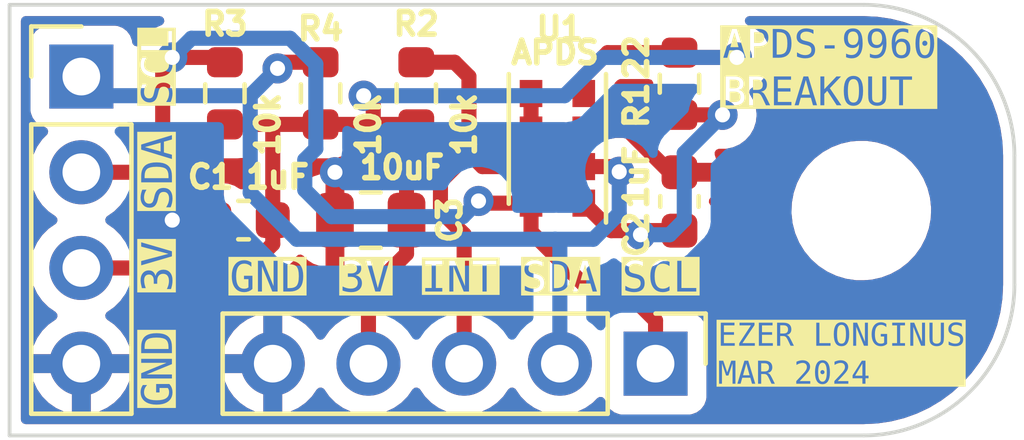
<source format=kicad_pcb>
(kicad_pcb (version 20221018) (generator pcbnew)
  (layers (0 "F.Cu" signal) (31 "B.Cu" signal) (34 "B.Paste" user) (35 "F.Paste" user) (36 "B.SilkS" user "B.Silkscreen") (37 "F.SilkS" user "F.Silkscreen") (38 "B.Mask" user) (39 "F.Mask" user) (44 "Edge.Cuts" user))
  (net 0 "")
  (net 1 "+3V3")
  (net 2 "GND")
  (net 3 "Net-(U1-VCC)")
  (net 4 "Net-(J2-Pin_3)")
  (net 5 "SDA")
  (net 6 "SCL")
  (net 7 "Net-(U1-LDR)")
  (footprint "Resistor_SMD:R_0603_1608Metric" (layer "F.Cu") (at 135.255 85.535 90)
    (fp_text reference "R2" (at 1.842 0 180) (layer "F.SilkS") (effects (font (size 0.6 0.6))))
    (fp_text value "10k" (at -0.825 1.27 90) (layer "F.SilkS") (effects (font (size 0.6 0.6))))
    (fp_line (start -0.237258 -0.5225) (end 0.237258 -0.5225) (stroke (width 0.12)) (layer "F.SilkS"))
    (fp_line (start -0.237258 0.5225) (end 0.237258 0.5225) (stroke (width 0.12)) (layer "F.SilkS"))
    (pad "1" smd roundrect (at -0.825 0 90) (size 0.8 0.95) (layers "F.Cu" "F.Paste" "F.Mask") (net 1 "+3V3"))
    (pad "2" smd roundrect (at 0.825 0 90) (size 0.8 0.95) (layers "F.Cu" "F.Paste" "F.Mask") (net 4 "Net-(J2-Pin_3)"))
  )
  (footprint "Connector_PinHeader_2.54mm:PinHeader_1x04_P2.54mm_Vertical" (layer "F.Cu") (at 126.365 85.09)
    (fp_text reference "J1" hide)
    (fp_text value "Conn_01x04_Pin" hide)
    (fp_line (start -1.33 -1.33) (end 0 -1.33) (stroke (width 0.12)) (layer "F.SilkS"))
    (fp_line (start -1.33 0) (end -1.33 -1.33) (stroke (width 0.12)) (layer "F.SilkS"))
    (fp_line (start -1.33 1.27) (end -1.33 8.95) (stroke (width 0.12)) (layer "F.SilkS"))
    (fp_line (start -1.33 1.27) (end 1.33 1.27) (stroke (width 0.12)) (layer "F.SilkS"))
    (fp_line (start -1.33 8.95) (end 1.33 8.95) (stroke (width 0.12)) (layer "F.SilkS"))
    (fp_line (start 1.33 1.27) (end 1.33 8.95) (stroke (width 0.12)) (layer "F.SilkS"))
    (pad "1" thru_hole rect (at 0 0) (size 1.7 1.7) (drill 1) (layers "*.Cu" "*.Mask") (net 6 "SCL"))
    (pad "2" thru_hole oval (at 0 2.54) (size 1.7 1.7) (drill 1) (layers "*.Cu" "*.Mask") (net 5 "SDA"))
    (pad "3" thru_hole oval (at 0 5.08) (size 1.7 1.7) (drill 1) (layers "*.Cu" "*.Mask") (net 1 "+3V3"))
    (pad "4" thru_hole oval (at 0 7.62) (size 1.7 1.7) (drill 1) (layers "*.Cu" "*.Mask") (net 2 "GND"))
  )
  (footprint "Resistor_SMD:R_0603_1608Metric" (layer "F.Cu") (at 130.175 85.535 90)
    (fp_text reference "R3" (at 1.842 0 180) (layer "F.SilkS") (effects (font (size 0.6 0.6))))
    (fp_text value "10k" (at -0.825 1.143 90) (layer "F.SilkS") (effects (font (size 0.6 0.6))))
    (fp_line (start -0.237258 -0.5225) (end 0.237258 -0.5225) (stroke (width 0.12)) (layer "F.SilkS"))
    (fp_line (start -0.237258 0.5225) (end 0.237258 0.5225) (stroke (width 0.12)) (layer "F.SilkS"))
    (pad "1" smd roundrect (at -0.825 0 90) (size 0.8 0.95) (layers "F.Cu" "F.Paste" "F.Mask") (net 1 "+3V3"))
    (pad "2" smd roundrect (at 0.825 0 90) (size 0.8 0.95) (layers "F.Cu" "F.Paste" "F.Mask") (net 5 "SDA"))
  )
  (footprint "Resistor_SMD:R_0603_1608Metric" (layer "F.Cu") (at 132.715 85.535 90)
    (fp_text reference "R4" (at 1.715 0 180) (layer "F.SilkS") (effects (font (size 0.6 0.6))))
    (fp_text value "10k" (at -0.825 1.27 90) (layer "F.SilkS") (effects (font (size 0.6 0.6))))
    (fp_line (start -0.237258 -0.5225) (end 0.237258 -0.5225) (stroke (width 0.12)) (layer "F.SilkS"))
    (fp_line (start -0.237258 0.5225) (end 0.237258 0.5225) (stroke (width 0.12)) (layer "F.SilkS"))
    (pad "1" smd roundrect (at -0.825 0 90) (size 0.8 0.95) (layers "F.Cu" "F.Paste" "F.Mask") (net 1 "+3V3"))
    (pad "2" smd roundrect (at 0.825 0 90) (size 0.8 0.95) (layers "F.Cu" "F.Paste" "F.Mask") (net 6 "SCL"))
  )
  (footprint "Capacitor_SMD:C_0603_1608Metric" (layer "F.Cu") (at 142.24 88.405 -90)
    (fp_text reference "C2" (at 0.876 1.143 90) (layer "F.SilkS") (effects (font (size 0.6 0.6))))
    (fp_text value "1uF" (at -0.648 1.143 90) (layer "F.SilkS") (effects (font (size 0.6 0.6))))
    (fp_line (start -0.14058 -0.51) (end 0.14058 -0.51) (stroke (width 0.12)) (layer "F.SilkS"))
    (fp_line (start -0.14058 0.51) (end 0.14058 0.51) (stroke (width 0.12)) (layer "F.SilkS"))
    (pad "1" smd roundrect (at -0.775 0 270) (size 0.9 0.95) (layers "F.Cu" "F.Paste" "F.Mask") (net 2 "GND"))
    (pad "2" smd roundrect (at 0.775 0 270) (size 0.9 0.95) (layers "F.Cu" "F.Paste" "F.Mask") (net 3 "Net-(U1-VCC)"))
  )
  (footprint "Capacitor_SMD:C_0805_2012Metric" (layer "F.Cu") (at 134.046 88.9 180)
    (fp_text reference "C3" (at -2.098 0 90) (layer "F.SilkS") (effects (font (size 0.6 0.6))))
    (fp_text value "10uF" (at -0.828 1.397) (layer "F.SilkS") (effects (font (size 0.6 0.6))))
    (fp_line (start -0.261252 -0.735) (end 0.261252 -0.735) (stroke (width 0.12)) (layer "F.SilkS"))
    (fp_line (start -0.261252 0.735) (end 0.261252 0.735) (stroke (width 0.12)) (layer "F.SilkS"))
    (pad "1" smd roundrect (at -0.95 0 180) (size 1 1.45) (layers "F.Cu" "F.Paste" "F.Mask") (net 1 "+3V3"))
    (pad "2" smd roundrect (at 0.95 0 180) (size 1 1.45) (layers "F.Cu" "F.Paste" "F.Mask") (net 2 "GND"))
  )
  (footprint "MountingHole:MountingHole_3.2mm_M3" (layer "F.Cu") (at 147.066 88.646)
    (fp_text reference "H1" hide)
    (fp_text value "MountingHole" hide)
    (pad "" np_thru_hole circle (at 0 0) (size 3.2 3.2) (drill 3.2) (layers "*.Cu" "*.Mask"))
  )
  (footprint "Resistor_SMD:R_0603_1608Metric" (layer "F.Cu") (at 142.24 85.28 -90)
    (fp_text reference "R1" (at 0.572 1.143 90) (layer "F.SilkS") (effects (font (size 0.6 0.6))))
    (fp_text value "22" (at -0.698 1.143 90) (layer "F.SilkS") (effects (font (size 0.6 0.6))))
    (fp_line (start -0.237258 -0.5225) (end 0.237258 -0.5225) (stroke (width 0.12)) (layer "F.SilkS"))
    (fp_line (start -0.237258 0.5225) (end 0.237258 0.5225) (stroke (width 0.12)) (layer "F.SilkS"))
    (pad "1" smd roundrect (at -0.825 0 270) (size 0.8 0.95) (layers "F.Cu" "F.Paste" "F.Mask") (net 1 "+3V3"))
    (pad "2" smd roundrect (at 0.825 0 270) (size 0.8 0.95) (layers "F.Cu" "F.Paste" "F.Mask") (net 3 "Net-(U1-VCC)"))
  )
  (footprint "Capacitor_SMD:C_0603_1608Metric" (layer "F.Cu") (at 130.67 88.9 180)
    (fp_text reference "C1" (at 0.876 1.143) (layer "F.SilkS") (effects (font (size 0.6 0.6))))
    (fp_text value "1uF" (at -0.902 1.143) (layer "F.SilkS") (effects (font (size 0.6 0.6))))
    (fp_line (start -0.14058 -0.51) (end 0.14058 -0.51) (stroke (width 0.12)) (layer "F.SilkS"))
    (fp_line (start -0.14058 0.51) (end 0.14058 0.51) (stroke (width 0.12)) (layer "F.SilkS"))
    (pad "1" smd roundrect (at -0.775 0 180) (size 0.9 0.95) (layers "F.Cu" "F.Paste" "F.Mask") (net 1 "+3V3"))
    (pad "2" smd roundrect (at 0.775 0 180) (size 0.9 0.95) (layers "F.Cu" "F.Paste" "F.Mask") (net 2 "GND"))
  )
  (footprint "Connector_PinHeader_2.54mm:PinHeader_1x05_P2.54mm_Vertical" (layer "F.Cu") (at 141.605 92.71 -90)
    (fp_text reference "J2" hide)
    (fp_text value "Conn_01x05_Pin" hide)
    (fp_line (start -1.33 -1.33) (end 0 -1.33) (stroke (width 0.12)) (layer "F.SilkS"))
    (fp_line (start -1.33 0) (end -1.33 -1.33) (stroke (width 0.12)) (layer "F.SilkS"))
    (fp_line (start -1.33 1.27) (end -1.33 11.49) (stroke (width 0.12)) (layer "F.SilkS"))
    (fp_line (start -1.33 1.27) (end 1.33 1.27) (stroke (width 0.12)) (layer "F.SilkS"))
    (fp_line (start -1.33 11.49) (end 1.33 11.49) (stroke (width 0.12)) (layer "F.SilkS"))
    (fp_line (start 1.33 1.27) (end 1.33 11.49) (stroke (width 0.12)) (layer "F.SilkS"))
    (pad "1" thru_hole rect (at 0 0 270) (size 1.7 1.7) (drill 1) (layers "*.Cu" "*.Mask") (net 5 "SDA"))
    (pad "2" thru_hole oval (at 0 2.54 270) (size 1.7 1.7) (drill 1) (layers "*.Cu" "*.Mask") (net 6 "SCL"))
    (pad "3" thru_hole oval (at 0 5.08 270) (size 1.7 1.7) (drill 1) (layers "*.Cu" "*.Mask") (net 4 "Net-(J2-Pin_3)"))
    (pad "4" thru_hole oval (at 0 7.62 270) (size 1.7 1.7) (drill 1) (layers "*.Cu" "*.Mask") (net 1 "+3V3"))
    (pad "5" thru_hole oval (at 0 10.16 270) (size 1.7 1.7) (drill 1) (layers "*.Cu" "*.Mask") (net 2 "GND"))
  )
  (footprint "Sensor:Avago_APDS-9960" (layer "F.Cu") (at 139 86.995 90)
    (fp_text reference "U1" (at 3.175 0.065 unlocked) (layer "F.SilkS") (effects (font (size 0.6 0.6))))
    (fp_text value "APDS" (at 2.54 -0.062 unlocked) (layer "F.SilkS") (effects (font (size 0.6 0.6))))
    (fp_line (start -1.97 1.29) (end 1.97 1.29) (stroke (width 0.12)) (layer "F.SilkS"))
    (fp_line (start 1.97 -1.29) (end -1.47 -1.29) (stroke (width 0.12)) (layer "F.SilkS"))
    (pad "1" smd rect (at -1.455 -0.7 90) (size 0.72 0.6) (layers "F.Cu" "F.Paste" "F.Mask") (net 5 "SDA"))
    (pad "2" smd rect (at -0.485 -0.7 90) (size 0.72 0.6) (layers "F.Cu" "F.Paste" "F.Mask") (net 4 "Net-(J2-Pin_3)"))
    (pad "3" smd rect (at 0.485 -0.7 90) (size 0.72 0.6) (layers "F.Cu" "F.Paste" "F.Mask") (net 7 "Net-(U1-LDR)"))
    (pad "4" smd rect (at 1.455 -0.7 90) (size 0.72 0.6) (layers "F.Cu" "F.Paste" "F.Mask") (net 7 "Net-(U1-LDR)"))
    (pad "5" smd rect (at 1.455 0.7 90) (size 0.72 0.6) (layers "F.Cu" "F.Paste" "F.Mask") (net 1 "+3V3"))
    (pad "6" smd rect (at 0.485 0.7 90) (size 0.72 0.6) (layers "F.Cu" "F.Paste" "F.Mask") (net 2 "GND"))
    (pad "7" smd rect (at -0.485 0.7 90) (size 0.72 0.6) (layers "F.Cu" "F.Paste" "F.Mask") (net 6 "SCL"))
    (pad "8" smd rect (at -1.455 0.7 90) (size 0.72 0.6) (layers "F.Cu" "F.Paste" "F.Mask") (net 3 "Net-(U1-VCC)"))
  )
  (gr_line (start 124.46 94.615) (end 147.13 94.615) (stroke (width 0.1)) (layer "Edge.Cuts"))
  (gr_arc (start 147.13 83.185) (mid 149.958427 84.356573) (end 151.13 87.185) (stroke (width 0.1)) (layer "Edge.Cuts"))
  (gr_line (start 124.46 83.185) (end 124.46 94.615) (stroke (width 0.1)) (layer "Edge.Cuts"))
  (gr_arc (start 151.13 90.615) (mid 149.958427 93.443427) (end 147.13 94.615) (stroke (width 0.1)) (layer "Edge.Cuts"))
  (gr_line (start 151.13 90.615) (end 151.13 87.185) (stroke (width 0.1)) (layer "Edge.Cuts"))
  (gr_line (start 147.13 83.185) (end 124.46 83.185) (stroke (width 0.1)) (layer "Edge.Cuts"))
  (gr_text "GND" (at 128.905 93.853 90) (layer "F.SilkS" knockout) (effects (font (size 0.8 0.8)) (justify left bottom)))
  (gr_text "EZER LONGINUS\nMAR 2024" (at 143.256 93.345) (layer "F.SilkS" knockout) (effects (font (size 0.6 0.6) (thickness 0.125)) (justify left bottom)))
  (gr_text "3V" (at 128.905 90.805 90) (layer "F.SilkS" knockout) (effects (font (size 0.8 0.8)) (justify left bottom)))
  (gr_text "APDS-9960\nBREAKOUT" (at 143.383 85.979) (layer "F.SilkS" knockout) (effects (font (size 0.75 0.75)) (justify left bottom)))
  (gr_text "GND" (at 130.302 90.932) (layer "F.SilkS" knockout) (effects (font (size 0.8 0.8)) (justify left bottom)))
  (gr_text "SDA" (at 138.049 90.932) (layer "F.SilkS" knockout) (effects (font (size 0.8 0.8)) (justify left bottom)))
  (gr_text "3V" (at 133.223 90.932) (layer "F.SilkS" knockout) (effects (font (size 0.8 0.8)) (justify left bottom)))
  (gr_text "SDA" (at 128.905 88.646 90) (layer "F.SilkS" knockout) (effects (font (size 0.8 0.8)) (justify left bottom)))
  (gr_text "INT" (at 135.382 90.932) (layer "F.SilkS" knockout) (effects (font (size 0.8 0.8)) (justify left bottom)))
  (gr_text "SCL" (at 140.716 90.932) (layer "F.SilkS" knockout) (effects (font (size 0.8 0.8)) (justify left bottom)))
  (gr_text "SCL" (at 128.905 85.852 90) (layer "F.SilkS" knockout) (effects (font (size 0.8 0.8)) (justify left bottom)))
  (segment (start 139.7 85.09) (end 140.335 84.455) (width 0.4) (layer "F.Cu") (net 1))
  (segment (start 130.175 86.36) (end 131.445 86.36) (width 0.4) (layer "F.Cu") (net 1))
  (segment (start 140.335 84.455) (end 142.24 84.455) (width 0.4) (layer "F.Cu") (net 1))
  (segment (start 134.996 89.794) (end 133.985 90.805) (width 0.4) (layer "F.Cu") (net 1))
  (segment (start 131.445 86.36) (end 132.715 86.36) (width 0.4) (layer "F.Cu") (net 1))
  (segment (start 134.996 86.619) (end 135.255 86.36) (width 0.4) (layer "F.Cu") (net 1))
  (segment (start 143.764 84.582) (end 142.367 84.582) (width 0.4) (layer "F.Cu") (net 1))
  (segment (start 132.715 86.36) (end 134.112 86.36) (width 0.4) (layer "F.Cu") (net 1))
  (segment (start 131.445 89.535) (end 131.445 88.9) (width 0.4) (layer "F.Cu") (net 1))
  (segment (start 131.445 88.9) (end 131.445 86.36) (width 0.4) (layer "F.Cu") (net 1))
  (segment (start 134.112 85.852) (end 133.858 85.598) (width 0.4) (layer "F.Cu") (net 1))
  (segment (start 133.985 90.805) (end 133.985 92.71) (width 0.4) (layer "F.Cu") (net 1))
  (segment (start 139.7 85.54) (end 139.7 85.09) (width 0.4) (layer "F.Cu") (net 1))
  (segment (start 126.365 90.17) (end 130.81 90.17) (width 0.4) (layer "F.Cu") (net 1))
  (segment (start 130.81 90.17) (end 131.445 89.535) (width 0.4) (layer "F.Cu") (net 1))
  (segment (start 134.112 86.36) (end 135.255 86.36) (width 0.4) (layer "F.Cu") (net 1))
  (segment (start 134.996 88.9) (end 134.996 89.794) (width 0.4) (layer "F.Cu") (net 1))
  (segment (start 134.112 86.36) (end 134.112 85.852) (width 0.4) (layer "F.Cu") (net 1))
  (segment (start 134.996 88.9) (end 134.996 86.619) (width 0.4) (layer "F.Cu") (net 1))
  (segment (start 142.367 84.582) (end 142.24 84.455) (width 0.4) (layer "F.Cu") (net 1))
  (via (at 143.764 84.582) (size 0.8) (drill 0.4) (layers "F.Cu" "B.Cu") (net 1))
  (via (at 133.858 85.598) (size 0.8) (drill 0.4) (layers "F.Cu" "B.Cu") (net 1))
  (segment (start 139.192 85.598) (end 140.208 84.582) (width 0.4) (layer "B.Cu") (net 1))
  (segment (start 140.208 84.582) (end 143.764 84.582) (width 0.4) (layer "B.Cu") (net 1))
  (segment (start 133.858 85.598) (end 139.192 85.598) (width 0.4) (layer "B.Cu") (net 1))
  (segment (start 129.895 88.9) (end 128.778 88.9) (width 0.4) (layer "F.Cu") (net 2))
  (segment (start 142.24 87.63) (end 141.986 87.63) (width 0.4) (layer "F.Cu") (net 2))
  (segment (start 133.096 88.9) (end 133.096 87.63) (width 0.4) (layer "F.Cu") (net 2))
  (segment (start 126.365 92.71) (end 131.445 92.71) (width 0.4) (layer "F.Cu") (net 2))
  (segment (start 140.866 86.51) (end 139.7 86.51) (width 0.4) (layer "F.Cu") (net 2))
  (segment (start 141.986 87.63) (end 140.866 86.51) (width 0.4) (layer "F.Cu") (net 2))
  (via (at 128.778 88.9) (size 0.8) (drill 0.4) (layers "F.Cu" "B.Cu") (net 2))
  (via (at 133.096 87.63) (size 0.8) (drill 0.4) (layers "F.Cu" "B.Cu") (net 2))
  (segment (start 141.312664 89.18) (end 141.204832 89.287832) (width 0.4) (layer "F.Cu") (net 3))
  (segment (start 142.24 89.18) (end 141.312664 89.18) (width 0.4) (layer "F.Cu") (net 3))
  (segment (start 143.383 86.106) (end 142.241 86.106) (width 0.4) (layer "F.Cu") (net 3))
  (segment (start 140.43 89.18) (end 139.7 88.45) (width 0.4) (layer "F.Cu") (net 3))
  (segment (start 142.241 86.106) (end 142.24 86.105) (width 0.4) (layer "F.Cu") (net 3))
  (segment (start 142.24 89.18) (end 140.43 89.18) (width 0.4) (layer "F.Cu") (net 3))
  (via (at 143.383 86.106) (size 0.8) (drill 0.4) (layers "F.Cu" "B.Cu") (net 3))
  (via (at 141.204832 89.287832) (size 0.8) (drill 0.4) (layers "F.Cu" "B.Cu") (net 3))
  (segment (start 142.367 88.011) (end 142.367 87.122) (width 0.4) (layer "B.Cu") (net 3))
  (segment (start 141.204832 89.287832) (end 141.979168 89.287832) (width 0.4) (layer "B.Cu") (net 3))
  (segment (start 142.367 88.9) (end 142.367 88.011) (width 0.4) (layer "B.Cu") (net 3))
  (segment (start 141.979168 89.287832) (end 142.367 88.9) (width 0.4) (layer "B.Cu") (net 3))
  (segment (start 142.367 87.122) (end 143.383 86.106) (width 0.4) (layer "B.Cu") (net 3))
  (segment (start 136.652 87.122) (end 137.01 87.48) (width 0.4) (layer "F.Cu") (net 4))
  (segment (start 135.896 87.89) (end 135.89 87.884) (width 0.4) (layer "F.Cu") (net 4))
  (segment (start 135.255 84.71) (end 136.272 84.71) (width 0.4) (layer "F.Cu") (net 4))
  (segment (start 135.896 88.652) (end 135.896 87.89) (width 0.4) (layer "F.Cu") (net 4))
  (segment (start 137.01 87.48) (end 138.3 87.48) (width 0.4) (layer "F.Cu") (net 4))
  (segment (start 136.652 85.09) (end 136.652 87.122) (width 0.4) (layer "F.Cu") (net 4))
  (segment (start 136.525 92.71) (end 136.525 89.281) (width 0.4) (layer "F.Cu") (net 4))
  (segment (start 135.89 87.884) (end 136.652 87.122) (width 0.4) (layer "F.Cu") (net 4))
  (segment (start 136.272 84.71) (end 136.652 85.09) (width 0.4) (layer "F.Cu") (net 4))
  (segment (start 136.525 89.281) (end 135.896 88.652) (width 0.4) (layer "F.Cu") (net 4))
  (segment (start 139.768 90.678) (end 140.716 90.678) (width 0.4) (layer "F.Cu") (net 5))
  (segment (start 128.778 84.582) (end 130.047 84.582) (width 0.4) (layer "F.Cu") (net 5))
  (segment (start 138.3 88.45) (end 138.3 89.21) (width 0.4) (layer "F.Cu") (net 5))
  (segment (start 141.605 91.567) (end 141.605 92.71) (width 0.4) (layer "F.Cu") (net 5))
  (segment (start 138.3 88.45) (end 136.964 88.45) (width 0.4) (layer "F.Cu") (net 5))
  (segment (start 138.3 89.21) (end 139.768 90.678) (width 0.4) (layer "F.Cu") (net 5))
  (segment (start 140.716 90.678) (end 141.605 91.567) (width 0.4) (layer "F.Cu") (net 5))
  (segment (start 130.047 84.582) (end 130.175 84.71) (width 0.4) (layer "F.Cu") (net 5))
  (segment (start 128.524 86.868) (end 128.524 84.836) (width 0.4) (layer "F.Cu") (net 5))
  (segment (start 126.365 87.63) (end 127.762 87.63) (width 0.4) (layer "F.Cu") (net 5))
  (segment (start 128.524 84.836) (end 128.778 84.582) (width 0.4) (layer "F.Cu") (net 5))
  (segment (start 127.762 87.63) (end 128.524 86.868) (width 0.4) (layer "F.Cu") (net 5))
  (segment (start 136.964 88.45) (end 136.906 88.392) (width 0.4) (layer "F.Cu") (net 5))
  (via (at 128.778 84.582) (size 0.8) (drill 0.4) (layers "F.Cu" "B.Cu") (net 5))
  (via (at 136.906 88.392) (size 0.8) (drill 0.4) (layers "F.Cu" "B.Cu") (net 5))
  (segment (start 131.903871 84.074) (end 132.588 84.758129) (width 0.4) (layer "B.Cu") (net 5))
  (segment (start 128.778 84.582) (end 129.286 84.074) (width 0.4) (layer "B.Cu") (net 5))
  (segment (start 132.296 88.1) (end 133.004 88.808) (width 0.4) (layer "B.Cu") (net 5))
  (segment (start 129.286 84.074) (end 131.903871 84.074) (width 0.4) (layer "B.Cu") (net 5))
  (segment (start 132.588 87.006629) (end 132.296 87.298629) (width 0.4) (layer "B.Cu") (net 5))
  (segment (start 132.296 87.298629) (end 132.296 88.1) (width 0.4) (layer "B.Cu") (net 5))
  (segment (start 136.49 88.808) (end 136.906 88.392) (width 0.4) (layer "B.Cu") (net 5))
  (segment (start 132.588 84.758129) (end 132.588 87.006629) (width 0.4) (layer "B.Cu") (net 5))
  (segment (start 133.004 88.808) (end 136.49 88.808) (width 0.4) (layer "B.Cu") (net 5))
  (segment (start 131.7355 84.71) (end 131.572 84.8735) (width 0.4) (layer "F.Cu") (net 6))
  (segment (start 139.7 87.48) (end 140.503069 87.48) (width 0.4) (layer "F.Cu") (net 6))
  (segment (start 132.715 84.71) (end 131.7355 84.71) (width 0.4) (layer "F.Cu") (net 6))
  (segment (start 140.503069 87.48) (end 140.6405 87.617431) (width 0.4) (layer "F.Cu") (net 6))
  (via (at 140.6405 87.617431) (size 0.8) (drill 0.4) (layers "F.Cu" "B.Cu") (net 6))
  (via (at 131.572 84.8735) (size 0.8) (drill 0.4) (layers "F.Cu" "B.Cu") (net 6))
  (segment (start 130.8475 88.1755) (end 132.08 89.408) (width 0.4) (layer "B.Cu") (net 6))
  (segment (start 126.873 85.598) (end 130.8475 85.598) (width 0.4) (layer "B.Cu") (net 6))
  (segment (start 138.938 89.408) (end 139.954 89.408) (width 0.4) (layer "B.Cu") (net 6))
  (segment (start 130.8475 85.598) (end 131.572 84.8735) (width 0.4) (layer "B.Cu") (net 6))
  (segment (start 126.365 85.09) (end 126.873 85.598) (width 0.4) (layer "B.Cu") (net 6))
  (segment (start 139.065 89.535) (end 138.938 89.408) (width 0.4) (layer "B.Cu") (net 6))
  (segment (start 132.08 89.408) (end 138.938 89.408) (width 0.4) (layer "B.Cu") (net 6))
  (segment (start 130.8475 85.598) (end 130.8475 88.1755) (width 0.4) (layer "B.Cu") (net 6))
  (segment (start 139.065 92.71) (end 139.065 89.535) (width 0.4) (layer "B.Cu") (net 6))
  (segment (start 140.6405 87.617431) (end 140.6405 88.7215) (width 0.4) (layer "B.Cu") (net 6))
  (segment (start 140.6405 88.7215) (end 139.954 89.408) (width 0.4) (layer "B.Cu") (net 6))
  (segment (start 138.3 86.51) (end 138.3 85.54) (width 0.4) (layer "F.Cu") (net 7))
  (zone (net 2) (net_name "GND") (layer "F.Cu") (connect_pads (clearance 0.5)) (min_thickness 0.25) (fill yes (thermal_gap 0.5) (thermal_bridge_width 0.5))
    (polygon (pts (xy 124.206 83.058) (xy 151.384 83.058) (xy 151.384 94.742) (xy 124.206 94.742)))
  )
  (zone (net 2) (net_name "GND") (layer "B.Cu") (priority 1) (connect_pads (clearance 0.5)) (min_thickness 0.25) (fill yes (thermal_gap 0.5) (thermal_bridge_width 0.5))
    (polygon (pts (xy 124.206 83.058) (xy 151.384 83.058) (xy 151.384 94.742) (xy 124.206 94.742)))
  )
)
</source>
